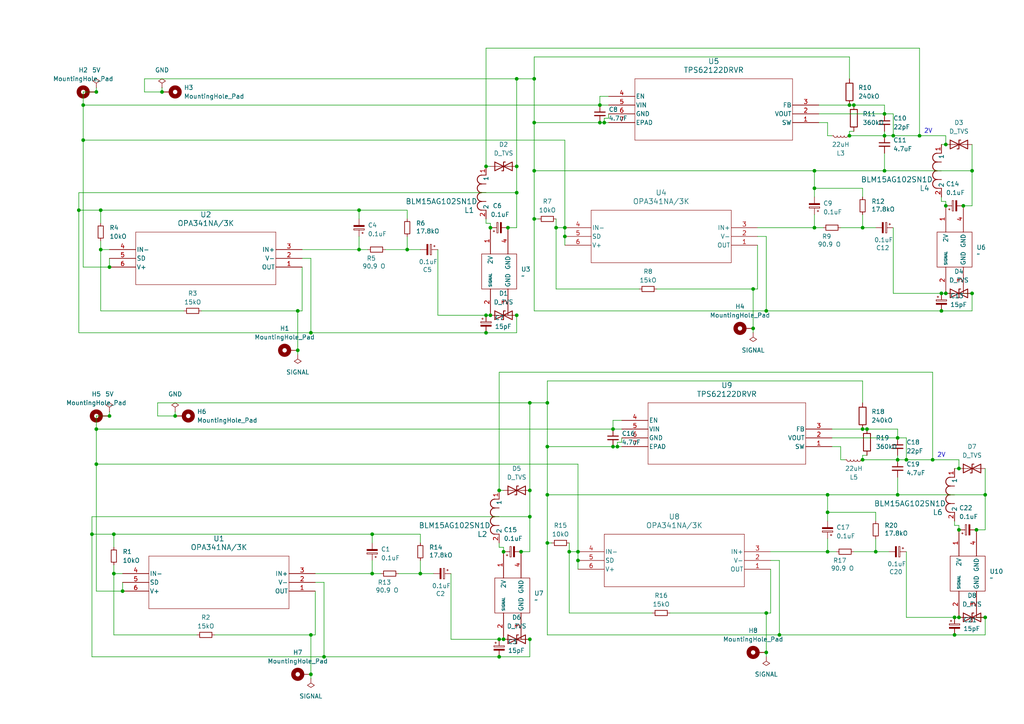
<source format=kicad_sch>
(kicad_sch (version 20231120) (generator "eeschema") (generator_version "8.0")
  (paper "A4")
  (lib_symbols
    (symbol "BLM15AG102SN1D:BLM15AG102SN1D" (pin_names (offset 0.254))
      (property "Reference" "L1" (at 2.54 6.35 90))
      (property "Value" "BLM15AG102SN1D" (at 5.08 23.368 90))
      (symbol "BLM15AG102SN1D_1_1"
        (polyline (pts (xy 2.54 0) (xy 2.54 1.27)) (stroke (width 0.2032)))
        (polyline (pts (xy 5.08 0) (xy 5.08 1.27)) (stroke (width 0.2032)))
        (polyline (pts (xy 7.62 0) (xy 7.62 1.27)) (stroke (width 0.2032)))
        (polyline (pts (xy 10.16 0) (xy 10.16 1.27)) (stroke (width 0.2032)))
        (polyline (pts (xy 12.7 0) (xy 12.7 1.27)) (stroke (width 0.2032)))
        (arc (start 5.08 1.27) (mid 3.81 2.5344) (end 2.54 1.27) (stroke (width 0.254)))
        (arc (start 7.62 1.27) (mid 6.35 2.5344) (end 5.08 1.27) (stroke (width 0.254)))
        (arc (start 10.16 1.27) (mid 8.89 2.5344) (end 7.62 1.27) (stroke (width 0.254)))
        (arc (start 12.7 1.27) (mid 11.43 2.5344) (end 10.16 1.27) (stroke (width 0.254)))
        (pin power_in line (at 15.24 0 180) (length 2.54) (name "1") (number "1"))
        (pin power_out line (at 0 0 0) (length 2.54) (name "2") (number "2"))
      )
      (symbol "BLM15AG102SN1D_1_2"
        (arc (start -1.27 5.08) (mid -2.5344 3.81) (end -1.27 2.54) (stroke (width 0.254)))
        (arc (start -1.27 7.62) (mid -2.5344 6.35) (end -1.27 5.08) (stroke (width 0.254)))
        (arc (start -1.27 10.16) (mid -2.5344 8.89) (end -1.27 7.62) (stroke (width 0.254)))
        (arc (start -1.27 12.7) (mid -2.5344 11.43) (end -1.27 10.16) (stroke (width 0.254)))
        (polyline (pts (xy 0 2.54) (xy -1.27 2.54)) (stroke (width 0.2032)))
        (polyline (pts (xy 0 5.08) (xy -1.27 5.08)) (stroke (width 0.2032)))
        (polyline (pts (xy 0 7.62) (xy -1.27 7.62)) (stroke (width 0.2032)))
        (polyline (pts (xy 0 10.16) (xy -1.27 10.16)) (stroke (width 0.2032)))
        (polyline (pts (xy 0 12.7) (xy -1.27 12.7)) (stroke (width 0.2032)))
        (pin unspecified line (at 0 15.24 270) (length 2.54) (name "1") (number "1"))
        (pin unspecified line (at 0 0 90) (length 2.54) (name "2") (number "2"))
      )
    )
    (symbol "Device:C_Polarized_Small" (pin_numbers hide) (pin_names (offset 0.254) hide)
      (property "Reference" "C" (at 0.254 1.778 0))
      (property "Value" "C_Polarized_Small" (at 0.254 -2.032 0))
      (symbol "C_Polarized_Small_0_1"
        (rectangle (start -1.524 -0.3048) (end 1.524 -0.6858) (fill (type outline)))
        (rectangle (start -1.524 0.6858) (end 1.524 0.3048))
        (polyline (pts (xy -1.27 1.524) (xy -0.762 1.524)))
        (polyline (pts (xy -1.016 1.27) (xy -1.016 1.778)))
      )
      (symbol "C_Polarized_Small_1_1"
        (pin passive line (at 0 2.54 270) (length 1.8542) (name "~") (number "1"))
        (pin passive line (at 0 -2.54 90) (length 1.8542) (name "~") (number "2"))
      )
    )
    (symbol "Device:C_Small" (pin_numbers hide) (pin_names (offset 0.254) hide)
      (property "Reference" "C" (at 0.254 1.778 0))
      (property "Value" "C_Small" (at 0.254 -2.032 0))
      (symbol "C_Small_0_1"
        (polyline (pts (xy -1.524 -0.508) (xy 1.524 -0.508)) (stroke (width 0.3302)))
        (polyline (pts (xy -1.524 0.508) (xy 1.524 0.508)) (stroke (width 0.3048)))
      )
      (symbol "C_Small_1_1"
        (pin passive line (at 0 2.54 270) (length 2.032) (name "~") (number "1"))
        (pin passive line (at 0 -2.54 90) (length 2.032) (name "~") (number "2"))
      )
    )
    (symbol "Device:D_TVS" (pin_numbers hide) (pin_names (offset 1.016) hide)
      (property "Reference" "D" (at 0 2.54 0))
      (property "Value" "D_TVS" (at 0 -2.54 0))
      (symbol "D_TVS_0_1"
        (polyline (pts (xy 1.27 0) (xy -1.27 0)))
        (polyline (pts (xy 0.508 1.27) (xy 0 1.27) (xy 0 -1.27) (xy -0.508 -1.27)) (stroke (width 0.254)))
        (polyline (pts (xy -2.54 1.27) (xy -2.54 -1.27) (xy 2.54 1.27) (xy 2.54 -1.27) (xy -2.54 1.27)) (stroke (width 0.254)))
      )
      (symbol "D_TVS_1_1"
        (pin passive line (at -3.81 0 0) (length 2.54) (name "A1") (number "1"))
        (pin passive line (at 3.81 0 180) (length 2.54) (name "A2") (number "2"))
      )
    )
    (symbol "Device:L_Small" (pin_numbers hide) (pin_names (offset 0.254) hide)
      (property "Reference" "L" (at 0.762 1.016 0))
      (property "Value" "L_Small" (at 0.762 -1.016 0))
      (symbol "L_Small_0_1"
        (arc (start 0 -2.032) (mid 0.5058 -1.524) (end 0 -1.016))
        (arc (start 0 -1.016) (mid 0.5058 -0.508) (end 0 0))
        (arc (start 0 0) (mid 0.5058 0.508) (end 0 1.016))
        (arc (start 0 1.016) (mid 0.5058 1.524) (end 0 2.032))
      )
      (symbol "L_Small_1_1"
        (pin passive line (at 0 2.54 270) (length 0.508) (name "~") (number "1"))
        (pin passive line (at 0 -2.54 90) (length 0.508) (name "~") (number "2"))
      )
    )
    (symbol "Device:R" (pin_numbers hide) (pin_names (offset 0))
      (property "Reference" "R" (at 2.032 0 90))
      (property "Value" "R" (at 0 0 90))
      (symbol "R_0_1"
        (rectangle (start -1.016 -2.54) (end 1.016 2.54) (stroke (width 0.254)))
      )
      (symbol "R_1_1"
        (pin passive line (at 0 3.81 270) (length 1.27) (name "~") (number "1"))
        (pin passive line (at 0 -3.81 90) (length 1.27) (name "~") (number "2"))
      )
    )
    (symbol "Device:R_Small" (pin_numbers hide) (pin_names (offset 0.254) hide)
      (property "Reference" "R" (at 0.762 0.508 0))
      (property "Value" "R_Small" (at 0.762 -1.016 0))
      (symbol "R_Small_0_1"
        (rectangle (start -0.762 1.778) (end 0.762 -1.778) (stroke (width 0.2032)))
      )
      (symbol "R_Small_1_1"
        (pin passive line (at 0 2.54 270) (length 0.762) (name "~") (number "1"))
        (pin passive line (at 0 -2.54 90) (length 0.762) (name "~") (number "2"))
      )
    )
    (symbol "Mechanical:MountingHole_Pad" (pin_numbers hide) (pin_names (offset 1.016) hide)
      (property "Reference" "H" (at 0 6.35 0))
      (property "Value" "MountingHole_Pad" (at 0 4.445 0))
      (symbol "MountingHole_Pad_0_1"
        (circle (center 0 1.27) (radius 1.27) (stroke (width 1.27)))
      )
      (symbol "MountingHole_Pad_1_1"
        (pin input line (at 0 -2.54 90) (length 2.54) (name "1") (number "1"))
      )
    )
    (symbol "New_Library:CMM2718AT"
      (property "Reference" "U" (at 0 1.778 0))
      (symbol "CMM2718AT_0_1"
        (rectangle (start -5.08 0) (end 5.08 -10.16))
      )
      (symbol "CMM2718AT_1_1"
        (pin power_in line (at 12.7 -2.54 180) (length 7.62) (name "2V") (number "1"))
        (pin output line (at -12.7 -2.54 0) (length 7.62) (name "SIGNAL") (number "2"))
        (pin power_in line (at -12.7 -7.62 0) (length 7.62) (name "GND") (number "3"))
        (pin power_in line (at 12.7 -7.62 180) (length 7.62) (name "GND") (number "4"))
      )
    )
    (symbol "PWR_FLAG_1" (power) (pin_numbers hide) (pin_names (offset 0) hide)
      (property "Value" "SIGNAL" (at 0 5.08 0))
      (symbol "PWR_FLAG_1_0_1"
        (polyline (pts (xy 0 0) (xy 0 1.27) (xy -1.016 1.905) (xy 0 2.54) (xy 1.016 1.905) (xy 0 1.27)))
      )
      (symbol "PWR_FLAG_1_1_0"
        (pin input line (at 0 0 90) (length 0) (name "~") (number "1"))
      )
    )
    (symbol "Single Input Op Amp:OPA341NA_3K" (pin_names (offset 0.254))
      (property "Reference" "U" (at 27.94 10.16 0))
      (property "Value" "OPA341NA/3K" (at 27.94 7.62 0))
      (symbol "OPA341NA_3K_0_1"
        (polyline (pts (xy 7.62 -10.16) (xy 48.26 -10.16)) (stroke (width 0.127)))
        (polyline (pts (xy 7.62 5.08) (xy 7.62 -10.16)) (stroke (width 0.127)))
        (polyline (pts (xy 48.26 -10.16) (xy 48.26 5.08)) (stroke (width 0.127)))
        (polyline (pts (xy 48.26 5.08) (xy 7.62 5.08)) (stroke (width 0.127)))
        (pin output line (at 0 0 0) (length 7.62) (name "OUT") (number "1"))
        (pin input line (at 0 -5.08 0) (length 7.62) (name "IN+") (number "3"))
        (pin input line (at 55.88 -5.08 180) (length 7.62) (name "IN-") (number "4"))
        (pin power_in line (at 55.88 0 180) (length 7.62) (name "V+") (number "6"))
      )
      (symbol "OPA341NA_3K_1_1"
        (pin power_in line (at 0 -2.54 0) (length 7.62) (name "V-") (number "2"))
        (pin input line (at 55.88 -2.54 180) (length 7.62) (name "SD") (number "5"))
      )
    )
    (symbol "TPS62122DRVR_1" (pin_names (offset 0.254))
      (property "Reference" "U" (at 30.48 10.16 0))
      (property "Value" "TPS62122DRVR" (at 30.48 7.62 0))
      (symbol "TPS62122DRVR_1_0_1"
        (polyline (pts (xy 7.62 -12.7) (xy 53.34 -12.7)) (stroke (width 0.127)))
        (polyline (pts (xy 7.62 5.08) (xy 7.62 -12.7)) (stroke (width 0.127)))
        (polyline (pts (xy 53.34 -12.7) (xy 53.34 5.08)) (stroke (width 0.127)))
        (polyline (pts (xy 53.34 5.08) (xy 7.62 5.08)) (stroke (width 0.127)))
        (pin output line (at 0 0 0) (length 7.62) (name "SW") (number "1"))
        (pin input line (at 0 -5.08 0) (length 7.62) (name "FB") (number "3"))
        (pin input line (at 60.96 -7.62 180) (length 7.62) (name "EN") (number "4"))
        (pin power_in line (at 60.96 -5.08 180) (length 7.62) (name "VIN") (number "5"))
        (pin power_in line (at 60.96 -2.54 180) (length 7.62) (name "GND") (number "6"))
      )
      (symbol "TPS62122DRVR_1_1_1"
        (pin power_out line (at 0 -2.54 0) (length 7.62) (name "VOUT") (number "2"))
        (pin power_in line (at 60.96 0 180) (length 7.62) (name "EPAD") (number "7"))
      )
    )
    (symbol "Voltage Regulator:TPS62122DRVR" (pin_names (offset 0.254))
      (property "Reference" "U" (at 30.48 10.16 0))
      (property "Value" "TPS62122DRVR" (at 30.48 7.62 0))
      (symbol "TPS62122DRVR_0_1"
        (polyline (pts (xy 7.62 -12.7) (xy 53.34 -12.7)) (stroke (width 0.127)))
        (polyline (pts (xy 7.62 5.08) (xy 7.62 -12.7)) (stroke (width 0.127)))
        (polyline (pts (xy 53.34 -12.7) (xy 53.34 5.08)) (stroke (width 0.127)))
        (polyline (pts (xy 53.34 5.08) (xy 7.62 5.08)) (stroke (width 0.127)))
        (pin output line (at 0 0 0) (length 7.62) (name "SW") (number "1"))
        (pin input line (at 0 -5.08 0) (length 7.62) (name "FB") (number "3"))
        (pin input line (at 60.96 -7.62 180) (length 7.62) (name "EN") (number "4"))
        (pin power_in line (at 60.96 -5.08 180) (length 7.62) (name "VIN") (number "5"))
        (pin power_in line (at 60.96 -2.54 180) (length 7.62) (name "GND") (number "6"))
      )
      (symbol "TPS62122DRVR_1_1"
        (pin power_out line (at 0 -2.54 0) (length 7.62) (name "VOUT") (number "2"))
        (pin power_in line (at 60.96 0 180) (length 7.62) (name "EPAD") (number "7"))
      )
    )
    (symbol "power:PWR_FLAG" (power) (pin_numbers hide) (pin_names (offset 0) hide)
      (property "Value" "PWR_FLAG" (at 0 3.81 0))
      (symbol "PWR_FLAG_0_0"
        (pin power_out line (at 0 0 90) (length 0) (name "~") (number "1"))
      )
      (symbol "PWR_FLAG_0_1"
        (polyline (pts (xy 0 0) (xy 0 1.27) (xy -1.016 1.905) (xy 0 2.54) (xy 1.016 1.905) (xy 0 1.27)))
      )
    )
  )
  (junction (at 33.02 154.94))
  (junction (at 140.97 91.44))
  (junction (at 27.94 124.46))
  (junction (at 270.51 133.35))
  (junction (at 50.8 120.65))
  (junction (at 158.75 157.48))
  (junction (at 154.94 63.5))
  (junction (at 86.36 90.17))
  (junction (at 35.56 171.45))
  (junction (at 118.11 72.39))
  (junction (at 256.54 33.02))
  (junction (at 158.75 143.51))
  (junction (at 29.21 72.39))
  (junction (at 161.29 66.04))
  (junction (at 90.17 184.15))
  (junction (at 240.03 160.02))
  (junction (at 278.13 135.89))
  (junction (at 177.8 124.46))
  (junction (at 144.78 142.24))
  (junction (at 153.67 185.42))
  (junction (at 173.99 35.56))
  (junction (at 104.14 60.96))
  (junction (at 149.86 55.88))
  (junction (at 260.35 127))
  (junction (at 276.86 179.07))
  (junction (at 142.24 91.44))
  (junction (at 274.32 59.69))
  (junction (at 107.95 154.94))
  (junction (at 27.94 134.62))
  (junction (at 140.97 96.52))
  (junction (at 273.05 85.09))
  (junction (at 90.17 96.52))
  (junction (at 246.38 39.37))
  (junction (at 236.22 54.61))
  (junction (at 154.94 22.86))
  (junction (at 165.1 160.02))
  (junction (at 142.24 66.04))
  (junction (at 29.21 60.96))
  (junction (at 250.19 66.04))
  (junction (at 266.7 39.37))
  (junction (at 86.36 101.6))
  (junction (at 153.67 116.84))
  (junction (at 24.13 40.64))
  (junction (at 278.13 153.67))
  (junction (at 226.06 184.15))
  (junction (at 274.32 85.09))
  (junction (at 153.67 142.24))
  (junction (at 33.02 166.37))
  (junction (at 121.92 166.37))
  (junction (at 222.25 189.23))
  (junction (at 246.38 30.48))
  (junction (at 151.13 160.02))
  (junction (at 158.75 116.84))
  (junction (at 260.35 143.51))
  (junction (at 140.97 48.26))
  (junction (at 146.05 160.02))
  (junction (at 107.95 166.37))
  (junction (at 144.78 185.42))
  (junction (at 179.07 129.54))
  (junction (at 46.99 26.67))
  (junction (at 173.99 30.48))
  (junction (at 222.25 177.8))
  (junction (at 273.05 90.17))
  (junction (at 167.64 160.02))
  (junction (at 149.86 48.26))
  (junction (at 283.21 153.67))
  (junction (at 281.94 49.53))
  (junction (at 147.32 66.04))
  (junction (at 251.46 124.46))
  (junction (at 31.75 77.47))
  (junction (at 149.86 91.44))
  (junction (at 240.03 143.51))
  (junction (at 247.65 30.48))
  (junction (at 236.22 66.04))
  (junction (at 26.67 154.94))
  (junction (at 250.19 133.35))
  (junction (at 104.14 72.39))
  (junction (at 254 160.02))
  (junction (at 259.08 39.37))
  (junction (at 24.13 30.48))
  (junction (at 250.19 124.46))
  (junction (at 281.94 85.09))
  (junction (at 278.13 179.07))
  (junction (at 222.25 90.17))
  (junction (at 167.64 162.56))
  (junction (at 236.22 49.53))
  (junction (at 154.94 35.56))
  (junction (at 218.44 95.25))
  (junction (at 279.4 59.69))
  (junction (at 149.86 22.86))
  (junction (at 31.75 120.65))
  (junction (at 256.54 49.53))
  (junction (at 144.78 190.5))
  (junction (at 274.32 41.91))
  (junction (at 177.8 129.54))
  (junction (at 163.83 66.04))
  (junction (at 260.35 133.35))
  (junction (at 93.98 190.5))
  (junction (at 175.26 35.56))
  (junction (at 153.67 149.86))
  (junction (at 146.05 185.42))
  (junction (at 240.03 148.59))
  (junction (at 163.83 68.58))
  (junction (at 285.75 179.07))
  (junction (at 218.44 83.82))
  (junction (at 285.75 143.51))
  (junction (at 158.75 129.54))
  (junction (at 22.86 60.96))
  (junction (at 27.94 26.67))
  (junction (at 262.89 133.35))
  (junction (at 276.86 184.15))
  (junction (at 90.17 195.58))
  (junction (at 154.94 49.53))
  (junction (at 256.54 39.37))
  (wire (pts (xy 154.94 22.86) (xy 154.94 35.56)))
  (wire (pts (xy 165.1 157.48) (xy 165.1 160.02)))
  (wire (pts (xy 259.08 33.02) (xy 259.08 39.37)))
  (wire (pts (xy 278.13 152.4) (xy 278.13 153.67)))
  (wire (pts (xy 167.64 162.56) (xy 167.64 165.1)))
  (wire (pts (xy 27.94 25.4) (xy 27.94 26.67)))
  (wire (pts (xy 260.35 143.51) (xy 285.75 143.51)))
  (wire (pts (xy 250.19 133.35) (xy 260.35 133.35)))
  (wire (pts (xy 140.97 96.52) (xy 90.17 96.52)))
  (wire (pts (xy 107.95 166.37) (xy 107.95 162.56)))
  (wire (pts (xy 219.71 83.82) (xy 218.44 83.82)))
  (wire (pts (xy 165.1 160.02) (xy 167.64 160.02)))
  (wire (pts (xy 222.25 177.8) (xy 194.31 177.8)))
  (wire (pts (xy 222.25 90.17) (xy 154.94 90.17)))
  (wire (pts (xy 251.46 124.46) (xy 250.19 124.46)))
  (wire (pts (xy 140.97 63.5) (xy 140.97 64.77)))
  (wire (pts (xy 144.78 142.24) (xy 146.05 142.24)))
  (wire (pts (xy 22.86 55.88) (xy 22.86 60.96)))
  (wire (pts (xy 93.98 168.91) (xy 93.98 190.5)))
  (wire (pts (xy 104.14 72.39) (xy 104.14 68.58)))
  (wire (pts (xy 115.57 166.37) (xy 121.92 166.37)))
  (wire (pts (xy 144.78 190.5) (xy 93.98 190.5)))
  (wire (pts (xy 29.21 90.17) (xy 29.21 72.39)))
  (wire (pts (xy 179.07 129.54) (xy 180.34 129.54)))
  (wire (pts (xy 27.94 124.46) (xy 27.94 134.62)))
  (wire (pts (xy 262.89 133.35) (xy 270.51 133.35)))
  (wire (pts (xy 144.78 107.95) (xy 144.78 142.24)))
  (wire (pts (xy 240.03 35.56) (xy 237.49 35.56)))
  (wire (pts (xy 22.86 55.88) (xy 149.86 55.88)))
  (wire (pts (xy 180.34 128.27) (xy 179.07 128.27)))
  (wire (pts (xy 140.97 96.52) (xy 149.86 96.52)))
  (wire (pts (xy 247.65 160.02) (xy 254 160.02)))
  (wire (pts (xy 29.21 60.96) (xy 29.21 64.77)))
  (wire (pts (xy 142.24 64.77) (xy 142.24 66.04)))
  (wire (pts (xy 219.71 68.58) (xy 222.25 68.58)))
  (wire (pts (xy 240.03 160.02) (xy 240.03 156.21)))
  (wire (pts (xy 104.14 63.5) (xy 104.14 60.96)))
  (wire (pts (xy 165.1 177.8) (xy 165.1 160.02)))
  (wire (pts (xy 90.17 184.15) (xy 90.17 195.58)))
  (wire (pts (xy 118.11 60.96) (xy 104.14 60.96)))
  (wire (pts (xy 175.26 35.56) (xy 176.53 35.56)))
  (wire (pts (xy 223.52 162.56) (xy 226.06 162.56)))
  (wire (pts (xy 276.86 151.13) (xy 276.86 152.4)))
  (wire (pts (xy 91.44 168.91) (xy 93.98 168.91)))
  (wire (pts (xy 33.02 154.94) (xy 26.67 154.94)))
  (wire (pts (xy 118.11 72.39) (xy 121.92 72.39)))
  (wire (pts (xy 29.21 72.39) (xy 31.75 72.39)))
  (wire (pts (xy 87.63 90.17) (xy 86.36 90.17)))
  (wire (pts (xy 45.72 120.65) (xy 50.8 120.65)))
  (wire (pts (xy 236.22 66.04) (xy 238.76 66.04)))
  (wire (pts (xy 246.38 16.51) (xy 154.94 16.51)))
  (wire (pts (xy 241.3 124.46) (xy 250.19 124.46)))
  (wire (pts (xy 57.15 184.15) (xy 33.02 184.15)))
  (wire (pts (xy 260.35 133.35) (xy 262.89 133.35)))
  (wire (pts (xy 222.25 177.8) (xy 222.25 189.23)))
  (wire (pts (xy 33.02 163.83) (xy 33.02 166.37)))
  (wire (pts (xy 22.86 96.52) (xy 22.86 60.96)))
  (wire (pts (xy 33.02 166.37) (xy 35.56 166.37)))
  (wire (pts (xy 223.52 177.8) (xy 222.25 177.8)))
  (wire (pts (xy 27.94 124.46) (xy 177.8 124.46)))
  (wire (pts (xy 149.86 22.86) (xy 154.94 22.86)))
  (wire (pts (xy 270.51 133.35) (xy 278.13 133.35)))
  (wire (pts (xy 173.99 35.56) (xy 175.26 35.56)))
  (wire (pts (xy 278.13 179.07) (xy 276.86 179.07)))
  (wire (pts (xy 259.08 85.09) (xy 259.08 66.04)))
  (wire (pts (xy 256.54 38.1) (xy 256.54 39.37)))
  (wire (pts (xy 240.03 143.51) (xy 240.03 148.59)))
  (wire (pts (xy 163.83 66.04) (xy 163.83 68.58)))
  (wire (pts (xy 146.05 185.42) (xy 144.78 185.42)))
  (wire (pts (xy 158.75 129.54) (xy 177.8 129.54)))
  (wire (pts (xy 91.44 184.15) (xy 90.17 184.15)))
  (wire (pts (xy 243.84 66.04) (xy 250.19 66.04)))
  (wire (pts (xy 175.26 34.29) (xy 175.26 35.56)))
  (wire (pts (xy 26.67 149.86) (xy 26.67 154.94)))
  (wire (pts (xy 285.75 184.15) (xy 285.75 179.07)))
  (wire (pts (xy 142.24 91.44) (xy 140.97 91.44)))
  (wire (pts (xy 176.53 27.94) (xy 173.99 27.94)))
  (wire (pts (xy 140.97 91.44) (xy 127 91.44)))
  (wire (pts (xy 130.81 185.42) (xy 130.81 166.37)))
  (wire (pts (xy 219.71 71.12) (xy 219.71 83.82)))
  (wire (pts (xy 154.94 49.53) (xy 154.94 63.5)))
  (wire (pts (xy 24.13 30.48) (xy 24.13 26.67)))
  (wire (pts (xy 167.64 160.02) (xy 167.64 162.56)))
  (wire (pts (xy 107.95 157.48) (xy 107.95 154.94)))
  (wire (pts (xy 26.67 149.86) (xy 153.67 149.86)))
  (wire (pts (xy 285.75 153.67) (xy 283.21 153.67)))
  (wire (pts (xy 50.8 119.38) (xy 50.8 120.65)))
  (wire (pts (xy 46.99 25.4) (xy 46.99 26.67)))
  (wire (pts (xy 118.11 68.58) (xy 118.11 72.39)))
  (wire (pts (xy 149.86 22.86) (xy 149.86 48.26)))
  (wire (pts (xy 226.06 162.56) (xy 226.06 184.15)))
  (wire (pts (xy 149.86 96.52) (xy 149.86 91.44)))
  (wire (pts (xy 158.75 143.51) (xy 240.03 143.51)))
  (wire (pts (xy 161.29 83.82) (xy 161.29 66.04)))
  (wire (pts (xy 281.94 41.91) (xy 281.94 49.53)))
  (wire (pts (xy 222.25 68.58) (xy 222.25 90.17)))
  (wire (pts (xy 177.8 121.92) (xy 177.8 124.46)))
  (wire (pts (xy 240.03 151.13) (xy 240.03 148.59)))
  (wire (pts (xy 180.34 127) (xy 180.34 128.27)))
  (wire (pts (xy 91.44 171.45) (xy 91.44 184.15)))
  (wire (pts (xy 274.32 85.09) (xy 273.05 85.09)))
  (wire (pts (xy 236.22 49.53) (xy 236.22 54.61)))
  (wire (pts (xy 104.14 72.39) (xy 106.68 72.39)))
  (wire (pts (xy 87.63 77.47) (xy 87.63 90.17)))
  (wire (pts (xy 27.94 124.46) (xy 27.94 120.65)))
  (wire (pts (xy 276.86 135.89) (xy 278.13 135.89)))
  (wire (pts (xy 33.02 184.15) (xy 33.02 166.37)))
  (wire (pts (xy 24.13 77.47) (xy 31.75 77.47)))
  (wire (pts (xy 236.22 57.15) (xy 236.22 54.61)))
  (wire (pts (xy 90.17 184.15) (xy 62.23 184.15)))
  (wire (pts (xy 154.94 35.56) (xy 154.94 49.53)))
  (wire (pts (xy 240.03 160.02) (xy 242.57 160.02)))
  (wire (pts (xy 273.05 85.09) (xy 259.08 85.09)))
  (wire (pts (xy 33.02 154.94) (xy 107.95 154.94)))
  (wire (pts (xy 41.91 22.86) (xy 41.91 26.67)))
  (wire (pts (xy 151.13 185.42) (xy 153.67 185.42)))
  (wire (pts (xy 31.75 74.93) (xy 31.75 77.47)))
  (wire (pts (xy 266.7 13.97) (xy 140.97 13.97)))
  (wire (pts (xy 177.8 124.46) (xy 180.34 124.46)))
  (wire (pts (xy 167.64 134.62) (xy 27.94 134.62)))
  (wire (pts (xy 24.13 30.48) (xy 173.99 30.48)))
  (wire (pts (xy 158.75 116.84) (xy 158.75 129.54)))
  (wire (pts (xy 256.54 33.02) (xy 256.54 30.48)))
  (wire (pts (xy 29.21 60.96) (xy 104.14 60.96)))
  (wire (pts (xy 86.36 90.17) (xy 58.42 90.17)))
  (wire (pts (xy 281.94 90.17) (xy 281.94 85.09)))
  (wire (pts (xy 276.86 179.07) (xy 262.89 179.07)))
  (wire (pts (xy 107.95 166.37) (xy 110.49 166.37)))
  (wire (pts (xy 278.13 135.89) (xy 278.13 133.35)))
  (wire (pts (xy 256.54 44.45) (xy 256.54 49.53)))
  (wire (pts (xy 33.02 154.94) (xy 33.02 158.75)))
  (wire (pts (xy 118.11 63.5) (xy 118.11 60.96)))
  (wire (pts (xy 41.91 22.86) (xy 149.86 22.86)))
  (wire (pts (xy 274.32 58.42) (xy 274.32 59.69)))
  (wire (pts (xy 161.29 63.5) (xy 161.29 66.04)))
  (wire (pts (xy 24.13 30.48) (xy 24.13 40.64)))
  (wire (pts (xy 154.94 35.56) (xy 173.99 35.56)))
  (wire (pts (xy 256.54 39.37) (xy 259.08 39.37)))
  (wire (pts (xy 254 151.13) (xy 254 148.59)))
  (wire (pts (xy 24.13 40.64) (xy 24.13 77.47)))
  (wire (pts (xy 90.17 74.93) (xy 90.17 96.52)))
  (wire (pts (xy 236.22 49.53) (xy 256.54 49.53)))
  (wire (pts (xy 154.94 16.51) (xy 154.94 22.86)))
  (wire (pts (xy 219.71 66.04) (xy 236.22 66.04)))
  (wire (pts (xy 153.67 190.5) (xy 153.67 185.42)))
  (wire (pts (xy 27.94 120.65) (xy 31.75 120.65)))
  (wire (pts (xy 87.63 74.93) (xy 90.17 74.93)))
  (wire (pts (xy 86.36 101.6) (xy 86.36 102.87)))
  (wire (pts (xy 153.67 116.84) (xy 158.75 116.84)))
  (wire (pts (xy 86.36 90.17) (xy 86.36 101.6)))
  (wire (pts (xy 262.89 179.07) (xy 262.89 160.02)))
  (wire (pts (xy 250.19 54.61) (xy 236.22 54.61)))
  (wire (pts (xy 223.52 165.1) (xy 223.52 177.8)))
  (wire (pts (xy 179.07 128.27) (xy 179.07 129.54)))
  (wire (pts (xy 276.86 184.15) (xy 226.06 184.15)))
  (wire (pts (xy 189.23 177.8) (xy 165.1 177.8)))
  (wire (pts (xy 246.38 22.86) (xy 246.38 16.51)))
  (wire (pts (xy 260.35 127) (xy 260.35 124.46)))
  (wire (pts (xy 260.35 138.43) (xy 260.35 143.51)))
  (wire (pts (xy 243.84 133.35) (xy 243.84 129.54)))
  (wire (pts (xy 256.54 49.53) (xy 281.94 49.53)))
  (wire (pts (xy 283.21 179.07) (xy 285.75 179.07)))
  (wire (pts (xy 140.97 64.77) (xy 142.24 64.77)))
  (wire (pts (xy 237.49 30.48) (xy 246.38 30.48)))
  (wire (pts (xy 144.78 157.48) (xy 144.78 158.75)))
  (wire (pts (xy 246.38 39.37) (xy 256.54 39.37)))
  (wire (pts (xy 121.92 154.94) (xy 107.95 154.94)))
  (wire (pts (xy 27.94 171.45) (xy 35.56 171.45)))
  (wire (pts (xy 87.63 72.39) (xy 104.14 72.39)))
  (wire (pts (xy 266.7 39.37) (xy 274.32 39.37)))
  (wire (pts (xy 285.75 135.89) (xy 285.75 143.51)))
  (wire (pts (xy 163.83 40.64) (xy 163.83 66.04)))
  (wire (pts (xy 256.54 33.02) (xy 259.08 33.02)))
  (wire (pts (xy 177.8 129.54) (xy 179.07 129.54)))
  (wire (pts (xy 285.75 143.51) (xy 285.75 153.67)))
  (wire (pts (xy 111.76 72.39) (xy 118.11 72.39)))
  (wire (pts (xy 281.94 49.53) (xy 281.94 59.69)))
  (wire (pts (xy 254 156.21) (xy 254 160.02)))
  (wire (pts (xy 154.94 63.5) (xy 154.94 90.17)))
  (wire (pts (xy 260.35 132.08) (xy 260.35 133.35)))
  (wire (pts (xy 250.19 110.49) (xy 158.75 110.49)))
  (wire (pts (xy 276.86 152.4) (xy 278.13 152.4)))
  (wire (pts (xy 241.3 127) (xy 260.35 127)))
  (wire (pts (xy 26.67 190.5) (xy 26.67 154.94)))
  (wire (pts (xy 167.64 134.62) (xy 167.64 160.02)))
  (wire (pts (xy 158.75 157.48) (xy 160.02 157.48)))
  (wire (pts (xy 247.65 30.48) (xy 246.38 30.48)))
  (wire (pts (xy 93.98 190.5) (xy 26.67 190.5)))
  (wire (pts (xy 281.94 59.69) (xy 279.4 59.69)))
  (wire (pts (xy 266.7 39.37) (xy 266.7 13.97)))
  (wire (pts (xy 240.03 39.37) (xy 241.3 39.37)))
  (wire (pts (xy 246.38 38.1) (xy 246.38 39.37)))
  (wire (pts (xy 243.84 133.35) (xy 245.11 133.35)))
  (wire (pts (xy 237.49 33.02) (xy 256.54 33.02)))
  (wire (pts (xy 146.05 158.75) (xy 146.05 160.02)))
  (wire (pts (xy 260.35 124.46) (xy 251.46 124.46)))
  (wire (pts (xy 180.34 121.92) (xy 177.8 121.92)))
  (wire (pts (xy 176.53 33.02) (xy 176.53 34.29)))
  (wire (pts (xy 250.19 62.23) (xy 250.19 66.04)))
  (wire (pts (xy 251.46 132.08) (xy 250.19 132.08)))
  (wire (pts (xy 144.78 185.42) (xy 130.81 185.42)))
  (wire (pts (xy 45.72 116.84) (xy 45.72 120.65)))
  (wire (pts (xy 173.99 27.94) (xy 173.99 30.48)))
  (wire (pts (xy 274.32 41.91) (xy 274.32 39.37)))
  (wire (pts (xy 218.44 83.82) (xy 190.5 83.82)))
  (wire (pts (xy 158.75 143.51) (xy 158.75 157.48)))
  (wire (pts (xy 279.4 85.09) (xy 281.94 85.09)))
  (wire (pts (xy 250.19 116.84) (xy 250.19 110.49)))
  (wire (pts (xy 158.75 129.54) (xy 158.75 143.51)))
  (wire (pts (xy 140.97 48.26) (xy 142.24 48.26)))
  (wire (pts (xy 158.75 110.49) (xy 158.75 116.84)))
  (wire (pts (xy 260.35 127) (xy 262.89 127)))
  (wire (pts (xy 273.05 41.91) (xy 274.32 41.91)))
  (wire (pts (xy 27.94 134.62) (xy 27.94 171.45)))
  (wire (pts (xy 185.42 83.82) (xy 161.29 83.82)))
  (wire (pts (xy 90.17 195.58) (xy 90.17 196.85)))
  (wire (pts (xy 90.17 96.52) (xy 22.86 96.52)))
  (wire (pts (xy 154.94 49.53) (xy 236.22 49.53)))
  (wire (pts (xy 273.05 90.17) (xy 281.94 90.17)))
  (wire (pts (xy 163.83 68.58) (xy 163.83 71.12)))
  (wire (pts (xy 163.83 40.64) (xy 24.13 40.64)))
  (wire (pts (xy 149.86 55.88) (xy 149.86 66.04)))
  (wire (pts (xy 276.86 184.15) (xy 285.75 184.15)))
  (wire (pts (xy 273.05 57.15) (xy 273.05 58.42)))
  (wire (pts (xy 243.84 129.54) (xy 241.3 129.54)))
  (wire (pts (xy 41.91 26.67) (xy 46.99 26.67)))
  (wire (pts (xy 250.19 132.08) (xy 250.19 133.35)))
  (wire (pts (xy 29.21 69.85) (xy 29.21 72.39)))
  (wire (pts (xy 91.44 166.37) (xy 107.95 166.37)))
  (wire (pts (xy 153.67 142.24) (xy 153.67 149.86)))
  (wire (pts (xy 153.67 149.86) (xy 153.67 160.02)))
  (wire (pts (xy 223.52 160.02) (xy 240.03 160.02)))
  (wire (pts (xy 29.21 60.96) (xy 22.86 60.96)))
  (wire (pts (xy 154.94 63.5) (xy 156.21 63.5)))
  (wire (pts (xy 254 148.59) (xy 240.03 148.59)))
  (wire (pts (xy 45.72 116.84) (xy 153.67 116.84)))
  (wire (pts (xy 121.92 157.48) (xy 121.92 154.94)))
  (wire (pts (xy 222.25 189.23) (xy 222.25 190.5)))
  (wire (pts (xy 259.08 39.37) (xy 266.7 39.37)))
  (wire (pts (xy 250.19 66.04) (xy 254 66.04)))
  (wire (pts (xy 240.03 39.37) (xy 240.03 35.56)))
  (wire (pts (xy 53.34 90.17) (xy 29.21 90.17)))
  (wire (pts (xy 149.86 48.26) (xy 149.86 55.88)))
  (wire (pts (xy 273.05 58.42) (xy 274.32 58.42)))
  (wire (pts (xy 24.13 26.67) (xy 27.94 26.67)))
  (wire (pts (xy 173.99 30.48) (xy 176.53 30.48)))
  (wire (pts (xy 127 91.44) (xy 127 72.39)))
  (wire (pts (xy 158.75 157.48) (xy 158.75 184.15)))
  (wire (pts (xy 149.86 66.04) (xy 147.32 66.04)))
  (wire (pts (xy 250.19 57.15) (xy 250.19 54.61)))
  (wire (pts (xy 176.53 34.29) (xy 175.26 34.29)))
  (wire (pts (xy 153.67 116.84) (xy 153.67 142.24)))
  (wire (pts (xy 262.89 127) (xy 262.89 133.35)))
  (wire (pts (xy 254 160.02) (xy 257.81 160.02)))
  (wire (pts (xy 270.51 133.35) (xy 270.51 107.95)))
  (wire (pts (xy 121.92 162.56) (xy 121.92 166.37)))
  (wire (pts (xy 121.92 166.37) (xy 125.73 166.37)))
  (wire (pts (xy 147.32 91.44) (xy 149.86 91.44)))
  (wire (pts (xy 256.54 30.48) (xy 247.65 30.48)))
  (wire (pts (xy 35.56 168.91) (xy 35.56 171.45)))
  (wire (pts (xy 218.44 83.82) (xy 218.44 95.25)))
  (wire (pts (xy 270.51 107.95) (xy 144.78 107.95)))
  (wire (pts (xy 273.05 90.17) (xy 222.25 90.17)))
  (wire (pts (xy 247.65 38.1) (xy 246.38 38.1)))
  (wire (pts (xy 144.78 190.5) (xy 153.67 190.5)))
  (wire (pts (xy 153.67 160.02) (xy 151.13 160.02)))
  (wire (pts (xy 240.03 143.51) (xy 260.35 143.51)))
  (wire (pts (xy 236.22 66.04) (xy 236.22 62.23)))
  (wire (pts (xy 31.75 119.38) (xy 31.75 120.65)))
  (wire (pts (xy 144.78 158.75) (xy 146.05 158.75)))
  (wire (pts (xy 226.06 184.15) (xy 158.75 184.15)))
  (wire (pts (xy 161.29 66.04) (xy 163.83 66.04)))
  (wire (pts (xy 140.97 13.97) (xy 140.97 48.26)))
  (wire (pts (xy 218.44 95.25) (xy 218.44 96.52)))
  (text "2V" (at 273.05 132.08 0) (effects (font (size 1.27 1.27))))
  (text "2V" (at 269.24 38.1 0) (effects (font (size 1.27 1.27))))
  (symbol (lib_id "Device:R_Small") (at 109.22 72.39 90) (unit 1)
    (property "Reference" "R5" (at 107.696 74.93 90))
    (property "Value" "90.9 O" (at 108.458 77.216 90))
    (property "Footprint" "ARGlasses:RES_RMCF2512_STP" (effects (hide yes)))
    (property "Description" "Resistor, small symbol" (effects (hide yes)))
  )
  (symbol (lib_id "Device:C_Polarized_Small") (at 104.14 66.04 180) (unit 1)
    (property "Reference" "C4" (at 106.68 65.316 0) (effects (justify right)))
    (property "Value" "0.1uF" (at 106.68 67.856 0) (effects (justify right)))
    (property "Footprint" "ARGlasses:CAPMP3.4X1.6_1.8N_KEM" (effects (hide yes)))
    (property "Description" "Polarized capacitor, small symbol" (effects (hide yes)))
  )
  (symbol (lib_id "Device:C_Polarized_Small") (at 240.03 153.67 180) (unit 1)
    (property "Reference" "C17" (at 242.57 152.946 0) (effects (justify right)))
    (property "Value" "0.1uF" (at 242.57 155.486 0) (effects (justify right)))
    (property "Footprint" "ARGlasses:CAPMP3.4X1.6_1.8N_KEM" (effects (hide yes)))
    (property "Description" "Polarized capacitor, small symbol" (effects (hide yes)))
  )
  (symbol (lib_id "BLM15AG102SN1D:BLM15AG102SN1D") (at 273.05 57.15 90) (unit 1)
    (property "Reference" "L4" (at 266.7 54.61 90) (effects (font (size 1.524 1.524)) (justify right)))
    (property "Value" "BLM15AG102SN1D" (at 249.682 52.07 90) (effects (font (size 1.524 1.524)) (justify right)))
    (property "Footprint" "ARGlasses:IND_BLM15_0402_MUR" (effects (hide yes)))
    (property "Datasheet" "BLM15AG102SN1D" (effects (hide yes)))
  )
  (symbol (lib_id "Single Input Op Amp:OPA341NA_3K") (at 219.71 71.12 180) (unit 1)
    (property "Reference" "U4" (at 191.77 55.88 0) (effects (font (size 1.524 1.524))))
    (property "Value" "OPA341NA/3K" (at 191.77 58.42 0) (effects (font (size 1.524 1.524))))
    (property "Footprint" "Single Input Op Amp:DBV6" (effects (hide yes)))
    (property "Datasheet" "OPA341NA/3K" (effects (hide yes)))
  )
  (symbol (lib_id "BLM15AG102SN1D:BLM15AG102SN1D") (at 144.78 157.48 90) (unit 1)
    (property "Reference" "L2" (at 138.43 154.94 90) (effects (font (size 1.524 1.524)) (justify right)))
    (property "Value" "BLM15AG102SN1D" (at 121.412 152.4 90) (effects (font (size 1.524 1.524)) (justify right)))
    (property "Footprint" "ARGlasses:IND_BLM15_0402_MUR" (effects (hide yes)))
    (property "Datasheet" "BLM15AG102SN1D" (effects (hide yes)))
  )
  (symbol (lib_id "Device:C_Polarized_Small") (at 276.86 59.69 90) (unit 1)
    (property "Reference" "C14" (at 276.3139 53.34 90))
    (property "Value" "0.1uF" (at 277.114 55.88 90))
    (property "Footprint" "ARGlasses:CAPMP3.4X1.6_1.8N_KEM" (effects (hide yes)))
    (property "Description" "Polarized capacitor, small symbol" (effects (hide yes)))
  )
  (symbol (lib_id "Device:R_Small") (at 55.88 90.17 270) (unit 1)
    (property "Reference" "R3" (at 55.88 85.09 90))
    (property "Value" "15kO" (at 55.88 87.63 90))
    (property "Footprint" "ARGlasses:RC0402N_PAN" (effects (hide yes)))
    (property "Description" "Resistor, small symbol" (effects (hide yes)))
  )
  (symbol (lib_id "Device:R") (at 250.19 120.65 0) (unit 1)
    (property "Reference" "R18" (at 252.73 119.3799 0) (effects (justify left)))
    (property "Value" "240kO" (at 252.73 121.9199 0) (effects (justify left)))
    (property "Footprint" "ARGlasses:RC0402N_PAN" (effects (hide yes)))
    (property "Description" "Resistor" (effects (hide yes)))
  )
  (symbol (lib_name "PWR_FLAG_1") (lib_id "power:PWR_FLAG") (at 90.17 196.85 180) (unit 1)
    (property "Reference" "#FLG07" (effects (hide yes)))
    (property "Value" "SIGNAL" (at 90.17 201.93 0))
    (property "Description" "Special symbol for telling ERC where power comes from" (effects (hide yes)))
  )
  (symbol (lib_id "Device:R_Small") (at 59.69 184.15 270) (unit 1)
    (property "Reference" "R2" (at 59.69 179.07 90))
    (property "Value" "15kO" (at 59.69 181.61 90))
    (property "Footprint" "ARGlasses:RC0402N_PAN" (effects (hide yes)))
    (property "Description" "Resistor, small symbol" (effects (hide yes)))
  )
  (symbol (lib_id "Device:R_Small") (at 113.03 166.37 90) (unit 1)
    (property "Reference" "R13" (at 111.506 168.91 90))
    (property "Value" "90.9 O" (at 112.268 171.196 90))
    (property "Footprint" "ARGlasses:RES_RMCF2512_STP" (effects (hide yes)))
    (property "Description" "Resistor, small symbol" (effects (hide yes)))
  )
  (symbol (lib_id "Device:D_TVS") (at 281.94 179.07 0) (unit 1)
    (property "Reference" "D8" (at 281.94 172.72 0))
    (property "Value" "D_TVS" (at 281.94 175.26 0))
    (property "Footprint" "Diode_SMD:D_SOD-882D" (effects (hide yes)))
    (property "Description" "Bidirectional transient-voltage-suppression diode" (effects (hide yes)))
  )
  (symbol (lib_id "Device:R_Small") (at 245.11 160.02 90) (unit 1)
    (property "Reference" "R17" (at 243.586 162.56 90))
    (property "Value" "90.9 O" (at 244.348 164.846 90))
    (property "Footprint" "ARGlasses:RES_RMCF2512_STP" (effects (hide yes)))
    (property "Description" "Resistor, small symbol" (effects (hide yes)))
  )
  (symbol (lib_id "New_Library:CMM2718AT") (at 271.78 72.39 90) (unit 1)
    (property "Reference" "U6" (at 283.21 71.7549 90) (effects (justify right)))
    (property "Value" "~" (at 283.21 73.66 90) (effects (justify right)))
    (property "Footprint" "ARGlasses:CMM2718AT" (effects (hide yes)))
  )
  (symbol (lib_id "Mechanical:MountingHole_Pad") (at 215.9 95.25 90) (unit 1)
    (property "Reference" "H4" (at 214.63 88.9 90))
    (property "Value" "MountingHole_Pad" (at 214.63 91.44 90))
    (property "Footprint" "Connector_Wire:SolderWire-0.15sqmm_1x01_D0.5mm_OD1.5mm" (effects (hide yes)))
    (property "Description" "Mounting Hole with connection" (effects (hide yes)))
  )
  (symbol (lib_id "Device:L_Small") (at 243.84 39.37 270) (unit 1)
    (property "Reference" "L3" (at 243.84 44.45 90))
    (property "Value" "22uH" (at 243.84 41.91 90))
    (property "Footprint" "ARGlasses:IND_2012_TDK" (effects (hide yes)))
    (property "Description" "Inductor, small symbol" (effects (hide yes)))
  )
  (symbol (lib_id "power:PWR_FLAG") (at 50.8 119.38 0) (unit 1)
    (property "Reference" "#FLG06" (effects (hide yes)))
    (property "Value" "GND" (at 50.8 114.3 0))
    (property "Description" "Special symbol for telling ERC where power comes from" (effects (hide yes)))
  )
  (symbol (lib_name "PWR_FLAG_1") (lib_id "power:PWR_FLAG") (at 86.36 102.87 180) (unit 1)
    (property "Reference" "#FLG03" (effects (hide yes)))
    (property "Value" "SIGNAL" (at 86.36 107.95 0))
    (property "Description" "Special symbol for telling ERC where power comes from" (effects (hide yes)))
  )
  (symbol (lib_id "Mechanical:MountingHole_Pad") (at 25.4 26.67 90) (unit 1)
    (property "Reference" "H2" (at 24.13 20.32 90))
    (property "Value" "MountingHole_Pad" (at 24.13 22.86 90))
    (property "Footprint" "Connector_Wire:SolderWire-0.15sqmm_1x01_D0.5mm_OD1.5mm" (effects (hide yes)))
    (property "Description" "Mounting Hole with connection" (effects (hide yes)))
  )
  (symbol (lib_id "Device:D_TVS") (at 278.13 41.91 0) (unit 1)
    (property "Reference" "D3" (at 278.13 35.56 0))
    (property "Value" "D_TVS" (at 278.13 38.1 0))
    (property "Footprint" "Diode_SMD:D_SOD-882D" (effects (hide yes)))
    (property "Description" "Bidirectional transient-voltage-suppression diode" (effects (hide yes)))
  )
  (symbol (lib_id "Device:R") (at 246.38 26.67 0) (unit 1)
    (property "Reference" "R10" (at 248.92 25.3999 0) (effects (justify left)))
    (property "Value" "240kO" (at 248.92 27.9399 0) (effects (justify left)))
    (property "Footprint" "ARGlasses:RC0402N_PAN" (effects (hide yes)))
    (property "Description" "Resistor" (effects (hide yes)))
  )
  (symbol (lib_id "Device:C_Polarized_Small") (at 144.78 66.04 90) (unit 1)
    (property "Reference" "C6" (at 144.2339 59.69 90))
    (property "Value" "0.1uF" (at 145.034 62.23 90))
    (property "Footprint" "ARGlasses:CAPMP3.4X1.6_1.8N_KEM" (effects (hide yes)))
    (property "Description" "Polarized capacitor, small symbol" (effects (hide yes)))
  )
  (symbol (lib_id "Device:R_Small") (at 33.02 161.29 0) (unit 1)
    (property "Reference" "R1" (at 35.56 160.0199 0) (effects (justify left)))
    (property "Value" "10kO" (at 35.56 162.5599 0) (effects (justify left)))
    (property "Footprint" "ARGlasses:RC0402N_PAN" (effects (hide yes)))
    (property "Description" "Resistor, small symbol" (effects (hide yes)))
  )
  (symbol (lib_id "Device:C_Polarized_Small") (at 280.67 153.67 90) (unit 1)
    (property "Reference" "C22" (at 280.1239 147.32 90))
    (property "Value" "0.1uF" (at 280.924 149.86 90))
    (property "Footprint" "ARGlasses:CAPMP3.4X1.6_1.8N_KEM" (effects (hide yes)))
    (property "Description" "Polarized capacitor, small symbol" (effects (hide yes)))
  )
  (symbol (lib_id "Single Input Op Amp:OPA341NA_3K") (at 91.44 171.45 180) (unit 1)
    (property "Reference" "U1" (at 63.5 156.21 0) (effects (font (size 1.524 1.524))))
    (property "Value" "OPA341NA/3K" (at 63.5 158.75 0) (effects (font (size 1.524 1.524))))
    (property "Footprint" "Single Input Op Amp:DBV6" (effects (hide yes)))
    (property "Datasheet" "OPA341NA/3K" (effects (hide yes)))
  )
  (symbol (lib_id "Mechanical:MountingHole_Pad") (at 83.82 101.6 90) (unit 1)
    (property "Reference" "H1" (at 82.55 95.25 90))
    (property "Value" "MountingHole_Pad" (at 82.55 97.79 90))
    (property "Footprint" "Connector_Wire:SolderWire-0.15sqmm_1x01_D0.5mm_OD1.5mm" (effects (hide yes)))
    (property "Description" "Mounting Hole with connection" (effects (hide yes)))
  )
  (symbol (lib_id "Device:C_Small") (at 260.35 129.54 0) (unit 1)
    (property "Reference" "C18" (at 262.89 128.2762 0) (effects (justify left)))
    (property "Value" "22pF" (at 262.89 130.8162 0) (effects (justify left)))
    (property "Footprint" "ARGlasses:G-033_MUR" (effects (hide yes)))
    (property "Description" "Unpolarized capacitor, small symbol" (effects (hide yes)))
  )
  (symbol (lib_id "Device:C_Polarized_Small") (at 256.54 66.04 270) (unit 1)
    (property "Reference" "C12" (at 256.032 71.882 90))
    (property "Value" "0.1uF" (at 256.286 69.596 90))
    (property "Footprint" "ARGlasses:CAPMP3.4X1.6_1.8N_KEM" (effects (hide yes)))
    (property "Description" "Polarized capacitor, small symbol" (effects (hide yes)))
  )
  (symbol (lib_id "New_Library:CMM2718AT") (at 275.59 166.37 90) (unit 1)
    (property "Reference" "U10" (at 287.02 165.7349 90) (effects (justify right)))
    (property "Value" "~" (at 287.02 167.64 90) (effects (justify right)))
    (property "Footprint" "ARGlasses:CMM2718AT" (effects (hide yes)))
  )
  (symbol (lib_id "Device:R_Small") (at 250.19 59.69 0) (unit 1)
    (property "Reference" "R12" (at 252.73 58.4199 0) (effects (justify left)))
    (property "Value" "17.8kO" (at 252.73 60.706 0) (effects (justify left)))
    (property "Footprint" "ARGlasses:RES_RN73R_1E_KOA" (effects (hide yes)))
    (property "Description" "Resistor, small symbol" (effects (hide yes)))
  )
  (symbol (lib_id "Device:C_Small") (at 256.54 35.56 0) (unit 1)
    (property "Reference" "C10" (at 259.08 34.2962 0) (effects (justify left)))
    (property "Value" "22pF" (at 259.08 36.8362 0) (effects (justify left)))
    (property "Footprint" "ARGlasses:G-033_MUR" (effects (hide yes)))
    (property "Description" "Unpolarized capacitor, small symbol" (effects (hide yes)))
  )
  (symbol (lib_id "Device:C_Polarized_Small") (at 128.27 166.37 270) (unit 1)
    (property "Reference" "C2" (at 127.762 172.212 90))
    (property "Value" "0.1uF" (at 128.016 169.926 90))
    (property "Footprint" "ARGlasses:CAPMP3.4X1.6_1.8N_KEM" (effects (hide yes)))
    (property "Description" "Polarized capacitor, small symbol" (effects (hide yes)))
  )
  (symbol (lib_id "Device:L_Small") (at 247.65 133.35 270) (unit 1)
    (property "Reference" "L5" (at 247.65 138.43 90))
    (property "Value" "22uH" (at 247.65 135.89 90))
    (property "Footprint" "ARGlasses:IND_2012_TDK" (effects (hide yes)))
    (property "Description" "Inductor, small symbol" (effects (hide yes)))
  )
  (symbol (lib_id "Device:C_Small") (at 173.99 33.02 0) (unit 1)
    (property "Reference" "C8" (at 176.53 31.7562 0) (effects (justify left)))
    (property "Value" "4.7uF" (at 176.53 34.2962 0) (effects (justify left)))
    (property "Footprint" "ARGlasses:TAJA_AVX" (effects (hide yes)))
    (property "Description" "Unpolarized capacitor, small symbol" (effects (hide yes)))
  )
  (symbol (lib_name "TPS62122DRVR_1") (lib_id "Voltage Regulator:TPS62122DRVR") (at 241.3 129.54 180) (unit 1)
    (property "Reference" "U9" (at 210.82 111.76 0) (effects (font (size 1.524 1.524))))
    (property "Value" "TPS62122DRVR" (at 210.82 114.3 0) (effects (font (size 1.524 1.524))))
    (property "Footprint" "Voltage Regulator:DRV6_1P6X1" (effects (hide yes)))
    (property "Datasheet" "TPS62122DRVR" (effects (hide yes)))
  )
  (symbol (lib_id "Device:C_Polarized_Small") (at 260.35 160.02 270) (unit 1)
    (property "Reference" "C20" (at 259.842 165.862 90))
    (property "Value" "0.1uF" (at 260.096 163.576 90))
    (property "Footprint" "ARGlasses:CAPMP3.4X1.6_1.8N_KEM" (effects (hide yes)))
    (property "Description" "Polarized capacitor, small symbol" (effects (hide yes)))
  )
  (symbol (lib_id "New_Library:CMM2718AT") (at 139.7 78.74 90) (unit 1)
    (property "Reference" "U3" (at 151.13 78.1049 90) (effects (justify right)))
    (property "Value" "~" (at 151.13 80.01 90) (effects (justify right)))
    (property "Footprint" "ARGlasses:CMM2718AT" (effects (hide yes)))
  )
  (symbol (lib_id "Device:C_Polarized_Small") (at 236.22 59.69 180) (unit 1)
    (property "Reference" "C9" (at 238.76 58.966 0) (effects (justify right)))
    (property "Value" "0.1uF" (at 238.76 61.506 0) (effects (justify right)))
    (property "Footprint" "ARGlasses:CAPMP3.4X1.6_1.8N_KEM" (effects (hide yes)))
    (property "Description" "Polarized capacitor, small symbol" (effects (hide yes)))
  )
  (symbol (lib_id "Device:D_TVS") (at 146.05 48.26 0) (unit 1)
    (property "Reference" "D2" (at 146.05 41.91 0))
    (property "Value" "D_TVS" (at 146.05 44.45 0))
    (property "Footprint" "Diode_SMD:D_SOD-882D" (effects (hide yes)))
    (property "Description" "Bidirectional transient-voltage-suppression diode" (effects (hide yes)))
  )
  (symbol (lib_id "Device:R") (at 251.46 128.27 0) (unit 1)
    (property "Reference" "R19" (at 254 126.9999 0) (effects (justify left)))
    (property "Value" "360kO" (at 254 129.5399 0) (effects (justify left)))
    (property "Footprint" "ARGlasses:RC0402N_PAN" (effects (hide yes)))
    (property "Description" "Resistor" (effects (hide yes)))
  )
  (symbol (lib_id "Device:D_TVS") (at 149.86 185.42 0) (unit 1)
    (property "Reference" "D6" (at 149.86 179.07 0))
    (property "Value" "D_TVS" (at 149.86 181.61 0))
    (property "Footprint" "Diode_SMD:D_SOD-882D" (effects (hide yes)))
    (property "Description" "Bidirectional transient-voltage-suppression diode" (effects (hide yes)))
  )
  (symbol (lib_id "Device:C_Polarized_Small") (at 140.97 93.98 0) (unit 1)
    (property "Reference" "C7" (at 143.51 92.1638 0) (effects (justify left)))
    (property "Value" "15pF" (at 143.51 94.7038 0) (effects (justify left)))
    (property "Footprint" "ARGlasses:CAPC0603X33N" (effects (hide yes)))
    (property "Description" "Polarized capacitor, small symbol" (effects (hide yes)))
  )
  (symbol (lib_id "Voltage Regulator:TPS62122DRVR") (at 237.49 35.56 180) (unit 1)
    (property "Reference" "U5" (at 207.01 17.78 0) (effects (font (size 1.524 1.524))))
    (property "Value" "TPS62122DRVR" (at 207.01 20.32 0) (effects (font (size 1.524 1.524))))
    (property "Footprint" "Voltage Regulator:DRV6_1P6X1" (effects (hide yes)))
    (property "Datasheet" "TPS62122DRVR" (effects (hide yes)))
  )
  (symbol (lib_id "Device:C_Polarized_Small") (at 148.59 160.02 90) (unit 1)
    (property "Reference" "C15" (at 148.0439 153.67 90))
    (property "Value" "0.1uF" (at 148.844 156.21 90))
    (property "Footprint" "ARGlasses:CAPMP3.4X1.6_1.8N_KEM" (effects (hide yes)))
    (property "Description" "Polarized capacitor, small symbol" (effects (hide yes)))
  )
  (symbol (lib_id "Device:C_Small") (at 256.54 41.91 0) (unit 1)
    (property "Reference" "C11" (at 259.08 40.6462 0) (effects (justify left)))
    (property "Value" "4.7uF" (at 259.08 43.1862 0) (effects (justify left)))
    (property "Footprint" "ARGlasses:TAJA_AVX" (effects (hide yes)))
    (property "Description" "Unpolarized capacitor, small symbol" (effects (hide yes)))
  )
  (symbol (lib_id "Mechanical:MountingHole_Pad") (at 29.21 120.65 90) (unit 1)
    (property "Reference" "H5" (at 27.94 114.3 90))
    (property "Value" "MountingHole_Pad" (at 27.94 116.84 90))
    (property "Footprint" "Connector_Wire:SolderWire-0.15sqmm_1x01_D0.5mm_OD1.5mm" (effects (hide yes)))
    (property "Description" "Mounting Hole with connection" (effects (hide yes)))
  )
  (symbol (lib_id "Mechanical:MountingHole_Pad") (at 53.34 120.65 270) (unit 1)
    (property "Reference" "H6" (at 57.15 119.3799 90) (effects (justify left)))
    (property "Value" "MountingHole_Pad" (at 57.15 121.9199 90) (effects (justify left)))
    (property "Footprint" "Connector_Wire:SolderWire-0.15sqmm_1x01_D0.5mm_OD1.5mm" (effects (hide yes)))
    (property "Description" "Mounting Hole with connection" (effects (hide yes)))
  )
  (symbol (lib_id "Device:R_Small") (at 187.96 83.82 270) (unit 1)
    (property "Reference" "R8" (at 187.96 78.74 90))
    (property "Value" "15kO" (at 187.96 81.28 90))
    (property "Footprint" "ARGlasses:RC0402N_PAN" (effects (hide yes)))
    (property "Description" "Resistor, small symbol" (effects (hide yes)))
  )
  (symbol (lib_id "Device:D_TVS") (at 146.05 91.44 0) (unit 1)
    (property "Reference" "D1" (at 146.05 85.09 0))
    (property "Value" "D_TVS" (at 146.05 87.63 0))
    (property "Footprint" "Diode_SMD:D_SOD-882D" (effects (hide yes)))
    (property "Description" "Bidirectional transient-voltage-suppression diode" (effects (hide yes)))
  )
  (symbol (lib_id "Device:R_Small") (at 29.21 67.31 0) (unit 1)
    (property "Reference" "R4" (at 31.75 66.0399 0) (effects (justify left)))
    (property "Value" "10kO" (at 31.75 68.5799 0) (effects (justify left)))
    (property "Footprint" "ARGlasses:RC0402N_PAN" (effects (hide yes)))
    (property "Description" "Resistor, small symbol" (effects (hide yes)))
  )
  (symbol (lib_id "Device:C_Small") (at 260.35 135.89 0) (unit 1)
    (property "Reference" "C19" (at 262.89 134.6262 0) (effects (justify left)))
    (property "Value" "4.7uF" (at 262.89 137.1662 0) (effects (justify left)))
    (property "Footprint" "ARGlasses:TAJA_AVX" (effects (hide yes)))
    (property "Description" "Unpolarized capacitor, small symbol" (effects (hide yes)))
  )
  (symbol (lib_id "Single Input Op Amp:OPA341NA_3K") (at 87.63 77.47 180) (unit 1)
    (property "Reference" "U2" (at 59.69 62.23 0) (effects (font (size 1.524 1.524))))
    (property "Value" "OPA341NA/3K" (at 59.69 64.77 0) (effects (font (size 1.524 1.524))))
    (property "Footprint" "Single Input Op Amp:DBV6" (effects (hide yes)))
    (property "Datasheet" "OPA341NA/3K" (effects (hide yes)))
  )
  (symbol (lib_id "Device:C_Polarized_Small") (at 273.05 87.63 0) (unit 1)
    (property "Reference" "C13" (at 275.59 85.8138 0) (effects (justify left)))
    (property "Value" "15pF" (at 275.59 88.3538 0) (effects (justify left)))
    (property "Footprint" "ARGlasses:CAPC0603X33N" (effects (hide yes)))
    (property "Description" "Polarized capacitor, small symbol" (effects (hide yes)))
  )
  (symbol (lib_id "Device:R_Small") (at 121.92 160.02 0) (unit 1)
    (property "Reference" "R14" (at 124.46 158.7499 0) (effects (justify left)))
    (property "Value" "17.8kO" (at 124.46 161.036 0) (effects (justify left)))
    (property "Footprint" "ARGlasses:RES_RN73R_1E_KOA" (effects (hide yes)))
    (property "Description" "Resistor, small symbol" (effects (hide yes)))
  )
  (symbol (lib_id "Device:R_Small") (at 162.56 157.48 90) (unit 1)
    (property "Reference" "R15" (at 162.56 152.4 90))
    (property "Value" "10kO" (at 162.56 154.94 90))
    (property "Footprint" "ARGlasses:RC0402N_PAN" (effects (hide yes)))
    (property "Description" "Resistor, small symbol" (effects (hide yes)))
  )
  (symbol (lib_id "Device:C_Polarized_Small") (at 107.95 160.02 180) (unit 1)
    (property "Reference" "C1" (at 110.49 159.296 0) (effects (justify right)))
    (property "Value" "0.1uF" (at 110.49 161.836 0) (effects (justify right)))
    (property "Footprint" "ARGlasses:CAPMP3.4X1.6_1.8N_KEM" (effects (hide yes)))
    (property "Description" "Polarized capacitor, small symbol" (effects (hide yes)))
  )
  (symbol (lib_id "power:PWR_FLAG") (at 31.75 119.38 0) (unit 1)
    (property "Reference" "#FLG05" (effects (hide yes)))
    (property "Value" "5V" (at 31.75 114.3 0))
    (property "Description" "Special symbol for telling ERC where power comes from" (effects (hide yes)))
  )
  (symbol (lib_id "Single Input Op Amp:OPA341NA_3K") (at 223.52 165.1 180) (unit 1)
    (property "Reference" "U8" (at 195.58 149.86 0) (effects (font (size 1.524 1.524))))
    (property "Value" "OPA341NA/3K" (at 195.58 152.4 0) (effects (font (size 1.524 1.524))))
    (property "Footprint" "Single Input Op Amp:DBV6" (effects (hide yes)))
    (property "Datasheet" "OPA341NA/3K" (effects (hide yes)))
  )
  (symbol (lib_id "Device:R") (at 247.65 34.29 0) (unit 1)
    (property "Reference" "R11" (at 250.19 33.0199 0) (effects (justify left)))
    (property "Value" "360kO" (at 250.19 35.5599 0) (effects (justify left)))
    (property "Footprint" "ARGlasses:RC0402N_PAN" (effects (hide yes)))
    (property "Description" "Resistor" (effects (hide yes)))
  )
  (symbol (lib_id "Device:C_Polarized_Small") (at 276.86 181.61 0) (unit 1)
    (property "Reference" "C21" (at 279.4 179.7938 0) (effects (justify left)))
    (property "Value" "15pF" (at 279.4 182.3338 0) (effects (justify left)))
    (property "Footprint" "ARGlasses:CAPC0603X33N" (effects (hide yes)))
    (property "Description" "Polarized capacitor, small symbol" (effects (hide yes)))
  )
  (symbol (lib_name "PWR_FLAG_1") (lib_id "power:PWR_FLAG") (at 218.44 96.52 180) (unit 1)
    (property "Reference" "#FLG04" (effects (hide yes)))
    (property "Value" "SIGNAL" (at 218.44 101.6 0))
    (property "Description" "Special symbol for telling ERC where power comes from" (effects (hide yes)))
  )
  (symbol (lib_id "Device:D_TVS") (at 281.94 135.89 0) (unit 1)
    (property "Reference" "D7" (at 281.94 129.54 0))
    (property "Value" "D_TVS" (at 281.94 132.08 0))
    (property "Footprint" "Diode_SMD:D_SOD-882D" (effects (hide yes)))
    (property "Description" "Bidirectional transient-voltage-suppression diode" (effects (hide yes)))
  )
  (symbol (lib_id "Mechanical:MountingHole_Pad") (at 219.71 189.23 90) (unit 1)
    (property "Reference" "H8" (at 218.44 182.88 90))
    (property "Value" "MountingHole_Pad" (at 218.44 185.42 90))
    (property "Footprint" "Connector_Wire:SolderWire-0.15sqmm_1x01_D0.5mm_OD1.5mm" (effects (hide yes)))
    (property "Description" "Mounting Hole with connection" (effects (hide yes)))
  )
  (symbol (lib_id "power:PWR_FLAG") (at 27.94 25.4 0) (unit 1)
    (property "Reference" "#FLG01" (effects (hide yes)))
    (property "Value" "5V" (at 27.94 20.32 0))
    (property "Description" "Special symbol for telling ERC where power comes from" (effects (hide yes)))
  )
  (symbol (lib_id "Device:R_Small") (at 118.11 66.04 0) (unit 1)
    (property "Reference" "R6" (at 120.65 64.7699 0) (effects (justify left)))
    (property "Value" "17.8kO" (at 120.65 67.056 0) (effects (justify left)))
    (property "Footprint" "ARGlasses:RES_RN73R_1E_KOA" (effects (hide yes)))
    (property "Description" "Resistor, small symbol" (effects (hide yes)))
  )
  (symbol (lib_id "Device:D_TVS") (at 278.13 85.09 0) (unit 1)
    (property "Reference" "D4" (at 278.13 78.74 0))
    (property "Value" "D_TVS" (at 278.13 81.28 0))
    (property "Footprint" "Diode_SMD:D_SOD-882D" (effects (hide yes)))
    (property "Description" "Bidirectional transient-voltage-suppression diode" (effects (hide yes)))
  )
  (symbol (lib_id "Device:D_TVS") (at 149.86 142.24 0) (unit 1)
    (property "Reference" "D5" (at 149.86 135.89 0))
    (property "Value" "D_TVS" (at 149.86 138.43 0))
    (property "Footprint" "Diode_SMD:D_SOD-882D" (effects (hide yes)))
    (property "Description" "Bidirectional transient-voltage-suppression diode" (effects (hide yes)))
  )
  (symbol (lib_id "BLM15AG102SN1D:BLM15AG102SN1D") (at 140.97 63.5 90) (unit 1)
    (property "Reference" "L1" (at 134.62 60.96 90) (effects (font (size 1.524 1.524)) (justify right)))
    (property "Value" "BLM15AG102SN1D" (at 117.602 58.42 90) (effects (font (size 1.524 1.524)) (justify right)))
    (property "Footprint" "ARGlasses:IND_BLM15_0402_MUR" (effects (hide yes)))
    (property "Datasheet" "BLM15AG102SN1D" (effects (hide yes)))
  )
  (symbol (lib_id "Device:C_Small") (at 177.8 127 0) (unit 1)
    (property "Reference" "C16" (at 180.34 125.7362 0) (effects (justify left)))
    (property "Value" "4.7uF" (at 180.34 128.2762 0) (effects (justify left)))
    (property "Footprint" "ARGlasses:TAJA_AVX" (effects (hide yes)))
    (property "Description" "Unpolarized capacitor, small symbol" (effects (hide yes)))
  )
  (symbol (lib_id "Device:C_Polarized_Small") (at 144.78 187.96 0) (unit 1)
    (property "Reference" "C3" (at 147.32 186.1438 0) (effects (justify left)))
    (property "Value" "15pF" (at 147.32 188.6838 0) (effects (justify left)))
    (property "Footprint" "ARGlasses:CAPC0603X33N" (effects (hide yes)))
    (property "Description" "Polarized capacitor, small symbol" (effects (hide yes)))
  )
  (symbol (lib_id "Device:R_Small") (at 241.3 66.04 90) (unit 1)
    (property "Reference" "R9" (at 239.776 68.58 90))
    (property "Value" "90.9 O" (at 240.538 70.866 90))
    (property "Footprint" "ARGlasses:RES_RMCF2512_STP" (effects (hide yes)))
    (property "Description" "Resistor, small symbol" (effects (hide yes)))
  )
  (symbol (lib_id "New_Library:CMM2718AT") (at 143.51 172.72 90) (unit 1)
    (property "Reference" "U7" (at 154.94 172.0849 90) (effects (justify right)))
    (property "Value" "~" (at 154.94 173.99 90) (effects (justify right)))
    (property "Footprint" "ARGlasses:CMM2718AT" (effects (hide yes)))
  )
  (symbol (lib_id "Device:C_Polarized_Small") (at 124.46 72.39 270) (unit 1)
    (property "Reference" "C5" (at 123.952 78.232 90))
    (property "Value" "0.1uF" (at 124.206 75.946 90))
    (property "Footprint" "ARGlasses:CAPMP3.4X1.6_1.8N_KEM" (effects (hide yes)))
    (property "Description" "Polarized capacitor, small symbol" (effects (hide yes)))
  )
  (symbol (lib_id "Device:R_Small") (at 254 153.67 0) (unit 1)
    (property "Reference" "R20" (at 256.54 152.3999 0) (effects (justify left)))
    (property "Value" "17.8kO" (at 256.54 154.686 0) (effects (justify left)))
    (property "Footprint" "ARGlasses:RES_RN73R_1E_KOA" (effects (hide yes)))
    (property "Description" "Resistor, small symbol" (effects (hide yes)))
  )
  (symbol (lib_id "Mechanical:MountingHole_Pad") (at 87.63 195.58 90) (unit 1)
    (property "Reference" "H7" (at 86.36 189.23 90))
    (property "Value" "MountingHole_Pad" (at 86.36 191.77 90))
    (property "Footprint" "Connector_Wire:SolderWire-0.15sqmm_1x01_D0.5mm_OD1.5mm" (effects (hide yes)))
    (property "Description" "Mounting Hole with connection" (effects (hide yes)))
  )
  (symbol (lib_name "PWR_FLAG_1") (lib_id "power:PWR_FLAG") (at 222.25 190.5 180) (unit 1)
    (property "Reference" "#FLG08" (effects (hide yes)))
    (property "Value" "SIGNAL" (at 222.25 195.58 0))
    (property "Description" "Special symbol for telling ERC where power comes from" (effects (hide yes)))
  )
  (symbol (lib_id "Device:R_Small") (at 158.75 63.5 90) (unit 1)
    (property "Reference" "R7" (at 158.75 58.42 90))
    (property "Value" "10kO" (at 158.75 60.96 90))
    (property "Footprint" "ARGlasses:RC0402N_PAN" (effects (hide yes)))
    (property "Description" "Resistor, small symbol" (effects (hide yes)))
  )
  (symbol (lib_id "Mechanical:MountingHole_Pad") (at 49.53 26.67 270) (unit 1)
    (property "Reference" "H3" (at 53.34 25.3999 90) (effects (justify left)))
    (property "Value" "MountingHole_Pad" (at 53.34 27.9399 90) (effects (justify left)))
    (property "Footprint" "Connector_Wire:SolderWire-0.15sqmm_1x01_D0.5mm_OD1.5mm" (effects (hide yes)))
    (property "Description" "Mounting Hole with connection" (effects (hide yes)))
  )
  (symbol (lib_id "Device:R_Small") (at 191.77 177.8 270) (unit 1)
    (property "Reference" "R16" (at 191.77 172.72 90))
    (property "Value" "15kO" (at 191.77 175.26 90))
    (property "Footprint" "ARGlasses:RC0402N_PAN" (effects (hide yes)))
    (property "Description" "Resistor, small symbol" (effects (hide yes)))
  )
  (symbol (lib_id "power:PWR_FLAG") (at 46.99 25.4 0) (unit 1)
    (property "Reference" "#FLG02" (effects (hide yes)))
    (property "Value" "GND" (at 46.99 20.32 0))
    (property "Description" "Special symbol for telling ERC where power comes from" (effects (hide yes)))
  )
  (symbol (lib_id "BLM15AG102SN1D:BLM15AG102SN1D") (at 276.86 151.13 90) (unit 1)
    (property "Reference" "L6" (at 270.51 148.59 90) (effects (font (size 1.524 1.524)) (justify right)))
    (property "Value" "BLM15AG102SN1D" (at 253.492 146.05 90) (effects (font (size 1.524 1.524)) (justify right)))
    (property "Footprint" "ARGlasses:IND_BLM15_0402_MUR" (effects (hide yes)))
    (property "Datasheet" "BLM15AG102SN1D" (effects (hide yes)))
  )
)
</source>
